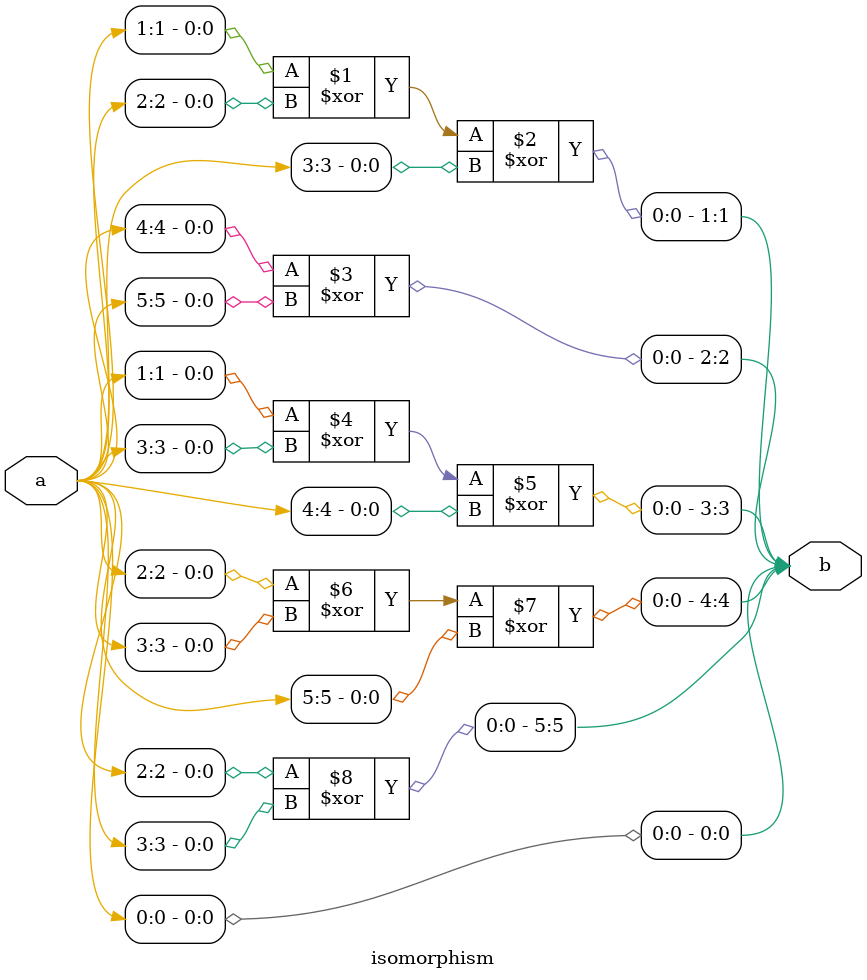
<source format=v>
`timescale 1ns/100ps
module SMS23_41_pp_7_4(x,y);
	 input [5:0] x;
	 output [5:0] y;
	 wire [5:0] w;
	 wire [5:0] p;
	 isomorphism C2 (x,w);
	 power_41 C3 (w,p);
	 inv_isomorphism C4 (p,y);
endmodule

module square_base(a,b);
	 input [1:0] a;
	 output [1:0] b;
	 assign b[0]=a[0]^a[1];
	 assign b[1]=a[1];
endmodule

module add_base(a,b,c);
	 input [1:0] a;
	 input [1:0] b;
	 output [1:0] c;
	 assign c[0]=a[0]^b[0];
	 assign c[1]=a[1]^b[1];
endmodule

module constant_multiplication_base_0(a,b);
	 input [1:0] a;
	 output [1:0] b;
	 assign b[0]=0;
	 assign b[1]=0;
endmodule

module constant_multiplication_base_1(a,b);
	 input [1:0] a;
	 output [1:0] b;
	 assign b[0]=a[0];
	 assign b[1]=a[1];
endmodule

module constant_multiplication_base_2(a,b);
	 input [1:0] a;
	 output [1:0] b;
	 assign b[0]=a[1];
	 assign b[1]=a[0]^a[1];
endmodule

module constant_multiplication_base_3(a,b);
	 input [1:0] a;
	 output [1:0] b;
	 assign b[0]=a[0]^a[1];
	 assign b[1]=a[0];
endmodule

module multiplication_base(a,b,c);
	 input [1:0] a;
	 input [1:0] b;
	 output [1:0] c;
	 wire t;
	 assign t=(a[1]&b[1]);
	 assign c[0]=(a[0]&b[0])^t;
	 assign c[1]=(a[0]&b[1])^(a[1]&b[0])^t;
endmodule

module multi_qube_base(a,b,c);
	 input [1:0] a;
	 input [1:0] b;
	 output [1:0] c;
	 wire t;
	 assign t=a[0]^(~a[0]&a[1]);
	 assign c[0]=t&b[0];
	 assign c[1]=t&b[1];
endmodule

module power_41(a,b);
	 input [5:0] a;
	 output [5:0] b;
	 wire [1:0] x_0;
	 wire [1:0] x_1;
	 wire [1:0] x_2;
	 wire [1:0] x_3;
	 wire [1:0] x_4;
	 wire [1:0] x_5;
	 wire [1:0] x_6;
	 wire [1:0] x_7;
	 wire [1:0] x_8;
	 wire [1:0] x_9;
	 wire [1:0] x_10;
	 wire [1:0] x_11;
	 wire [1:0] x_12;
	 wire [1:0] x_13;
	 wire [1:0] x_14;
	 wire [1:0] y_0;
	 wire [1:0] y_1;
	 wire [1:0] y_2;
	 wire [1:0] y_3;
	 wire [1:0] y_4;
	 wire [1:0] y_5;
	 wire [1:0] w_0_0;
	 wire [1:0] w_0_1;
	 wire [1:0] w_0_2;
	 wire [1:0] w_0_3;
	 wire [1:0] w_0_4;
	 wire [1:0] w_0_5;
	 wire [1:0] w_0_6;
	 wire [1:0] w_0_7;
	 wire [1:0] w_0_8;
	 wire [1:0] w_0_9;
	 wire [1:0] w_0_10;
	 wire [1:0] w_0_11;
	 wire [1:0] w_0_12;
	 wire [1:0] w_0_13;
	 wire [1:0] w_0_14;
	 wire [1:0] w_1_0;
	 wire [1:0] w_1_1;
	 wire [1:0] w_1_2;
	 wire [1:0] w_1_3;
	 wire [1:0] w_1_4;
	 wire [1:0] w_1_5;
	 wire [1:0] w_1_6;
	 wire [1:0] w_1_7;
	 wire [1:0] w_1_8;
	 wire [1:0] w_1_9;
	 wire [1:0] w_1_10;
	 wire [1:0] w_1_11;
	 wire [1:0] w_1_12;
	 wire [1:0] w_1_13;
	 wire [1:0] w_1_14;
	 wire [1:0] w_2_0;
	 wire [1:0] w_2_1;
	 wire [1:0] w_2_2;
	 wire [1:0] w_2_3;
	 wire [1:0] w_2_4;
	 wire [1:0] w_2_5;
	 wire [1:0] w_2_6;
	 wire [1:0] w_2_7;
	 wire [1:0] w_2_8;
	 wire [1:0] w_2_9;
	 wire [1:0] w_2_10;
	 wire [1:0] w_2_11;
	 wire [1:0] w_2_12;
	 wire [1:0] w_2_13;
	 wire [1:0] w_2_14;
	 wire [1:0] z_0_0;
	 wire [1:0] z_0_1;
	 wire [1:0] z_0_2;
	 wire [1:0] z_0_3;
	 wire [1:0] z_0_4;
	 wire [1:0] z_0_5;
	 wire [1:0] z_0_6;
	 wire [1:0] z_0_7;
	 wire [1:0] z_0_8;
	 wire [1:0] z_0_9;
	 wire [1:0] z_0_10;
	 wire [1:0] z_0_11;
	 wire [1:0] z_0_12;
	 wire [1:0] z_0_13;
	 wire [1:0] z_1_0;
	 wire [1:0] z_1_1;
	 wire [1:0] z_1_2;
	 wire [1:0] z_1_3;
	 wire [1:0] z_1_4;
	 wire [1:0] z_1_5;
	 wire [1:0] z_1_6;
	 wire [1:0] z_1_7;
	 wire [1:0] z_1_8;
	 wire [1:0] z_1_9;
	 wire [1:0] z_1_10;
	 wire [1:0] z_1_11;
	 wire [1:0] z_1_12;
	 wire [1:0] z_1_13;
	 wire [1:0] z_2_0;
	 wire [1:0] z_2_1;
	 wire [1:0] z_2_2;
	 wire [1:0] z_2_3;
	 wire [1:0] z_2_4;
	 wire [1:0] z_2_5;
	 wire [1:0] z_2_6;
	 wire [1:0] z_2_7;
	 wire [1:0] z_2_8;
	 wire [1:0] z_2_9;
	 wire [1:0] z_2_10;
	 wire [1:0] z_2_11;
	 wire [1:0] z_2_12;
	 wire [1:0] z_2_13;
	 assign y_0[0]=a[0];
	 assign y_0[1]=a[1];
	 assign y_1[0]=a[2];
	 assign y_1[1]=a[3];
	 assign y_2[0]=a[4];
	 assign y_2[1]=a[5];
	 square_base  SB1 (y_0,x_0);
	 square_base SB2 (y_1,x_1);
	 square_base SB3 (y_2,x_2);
	 multi_qube_base MQB1 (y_1,x_0,x_3);
	 multi_qube_base MQB2 (y_2,x_0,x_4);
	 multi_qube_base MQB3 (y_0,x_1,x_5);
	 multi_qube_base MQB4 (y_2,x_1,x_6);
	 multi_qube_base MQB5 (y_0,x_2,x_7);
	 multi_qube_base MQB6 (y_1,x_2,x_8);
	 multiplication_base MB1 (y_0,y_1,x_9);
	 multiplication_base MB2 (y_0,y_2,x_10);
	 multiplication_base MB3 (y_1,y_2,x_11);
	 multiplication_base MB4 (x_1,x_2,y_3);
	 multiplication_base MB5 (y_0,y_3,x_12);
	 multiplication_base MB6 (x_0,x_2,y_4);
	 multiplication_base MB7 (y_1,y_4,x_13);
	 multiplication_base MB8 (x_0,x_1,y_5);
	 multiplication_base MB9 (y_2,y_5,x_14);
	 constant_multiplication_base_1 MC00 (x_0,w_0_0);
	 constant_multiplication_base_2 MC01 (x_1,w_0_1);
	 constant_multiplication_base_1 MC02 (x_2,w_0_2);
	 constant_multiplication_base_3 MC03 (x_3,w_0_3);
	 constant_multiplication_base_1 MC04 (x_4,w_0_4);
	 constant_multiplication_base_3 MC05 (x_5,w_0_5);
	 constant_multiplication_base_1 MC06 (x_6,w_0_6);
	 constant_multiplication_base_3 MC07 (x_7,w_0_7);
	 constant_multiplication_base_1 MC08 (x_8,w_0_8);
	 constant_multiplication_base_3 MC09 (x_9,w_0_9);
	 constant_multiplication_base_0 MC010 (x_10,w_0_10);
	 constant_multiplication_base_0 MC011 (x_11,w_0_11);
	 constant_multiplication_base_0 MC012 (x_12,w_0_12);
	 constant_multiplication_base_0 MC013 (x_13,w_0_13);
	 constant_multiplication_base_1 MC014 (x_14,w_0_14);
	 constant_multiplication_base_0 MC10 (x_0,w_1_0);
	 constant_multiplication_base_1 MC11 (x_1,w_1_1);
	 constant_multiplication_base_3 MC12 (x_2,w_1_2);
	 constant_multiplication_base_0 MC13 (x_3,w_1_3);
	 constant_multiplication_base_1 MC14 (x_4,w_1_4);
	 constant_multiplication_base_0 MC15 (x_5,w_1_5);
	 constant_multiplication_base_0 MC16 (x_6,w_1_6);
	 constant_multiplication_base_2 MC17 (x_7,w_1_7);
	 constant_multiplication_base_1 MC18 (x_8,w_1_8);
	 constant_multiplication_base_3 MC19 (x_9,w_1_9);
	 constant_multiplication_base_3 MC110 (x_10,w_1_10);
	 constant_multiplication_base_2 MC111 (x_11,w_1_11);
	 constant_multiplication_base_1 MC112 (x_12,w_1_12);
	 constant_multiplication_base_3 MC113 (x_13,w_1_13);
	 constant_multiplication_base_2 MC114 (x_14,w_1_14);
	 constant_multiplication_base_0 MC20 (x_0,w_2_0);
	 constant_multiplication_base_3 MC21 (x_1,w_2_1);
	 constant_multiplication_base_1 MC22 (x_2,w_2_2);
	 constant_multiplication_base_2 MC23 (x_3,w_2_3);
	 constant_multiplication_base_0 MC24 (x_4,w_2_4);
	 constant_multiplication_base_1 MC25 (x_5,w_2_5);
	 constant_multiplication_base_2 MC26 (x_6,w_2_6);
	 constant_multiplication_base_0 MC27 (x_7,w_2_7);
	 constant_multiplication_base_2 MC28 (x_8,w_2_8);
	 constant_multiplication_base_3 MC29 (x_9,w_2_9);
	 constant_multiplication_base_2 MC210 (x_10,w_2_10);
	 constant_multiplication_base_2 MC211 (x_11,w_2_11);
	 constant_multiplication_base_2 MC212 (x_12,w_2_12);
	 constant_multiplication_base_2 MC213 (x_13,w_2_13);
	 constant_multiplication_base_3 MC214 (x_14,w_2_14);
	 add_base AB00 (w_0_0,w_0_1,z_0_0);
	 add_base AB01 (w_0_2,z_0_0,z_0_1);
	 add_base AB02 (w_0_3,z_0_1,z_0_2);
	 add_base AB03 (w_0_4,z_0_2,z_0_3);
	 add_base AB04 (w_0_5,z_0_3,z_0_4);
	 add_base AB05 (w_0_6,z_0_4,z_0_5);
	 add_base AB06 (w_0_7,z_0_5,z_0_6);
	 add_base AB07 (w_0_8,z_0_6,z_0_7);
	 add_base AB08 (w_0_9,z_0_7,z_0_8);
	 add_base AB09 (w_0_10,z_0_8,z_0_9);
	 add_base AB010 (w_0_11,z_0_9,z_0_10);
	 add_base AB011 (w_0_12,z_0_10,z_0_11);
	 add_base AB012 (w_0_13,z_0_11,z_0_12);
	 add_base AB013 (w_0_14,z_0_12,z_0_13);
	 add_base AB10 (w_1_0,w_1_1,z_1_0);
	 add_base AB11 (w_1_2,z_1_0,z_1_1);
	 add_base AB12 (w_1_3,z_1_1,z_1_2);
	 add_base AB13 (w_1_4,z_1_2,z_1_3);
	 add_base AB14 (w_1_5,z_1_3,z_1_4);
	 add_base AB15 (w_1_6,z_1_4,z_1_5);
	 add_base AB16 (w_1_7,z_1_5,z_1_6);
	 add_base AB17 (w_1_8,z_1_6,z_1_7);
	 add_base AB18 (w_1_9,z_1_7,z_1_8);
	 add_base AB19 (w_1_10,z_1_8,z_1_9);
	 add_base AB110 (w_1_11,z_1_9,z_1_10);
	 add_base AB111 (w_1_12,z_1_10,z_1_11);
	 add_base AB112 (w_1_13,z_1_11,z_1_12);
	 add_base AB113 (w_1_14,z_1_12,z_1_13);
	 add_base AB20 (w_2_0,w_2_1,z_2_0);
	 add_base AB21 (w_2_2,z_2_0,z_2_1);
	 add_base AB22 (w_2_3,z_2_1,z_2_2);
	 add_base AB23 (w_2_4,z_2_2,z_2_3);
	 add_base AB24 (w_2_5,z_2_3,z_2_4);
	 add_base AB25 (w_2_6,z_2_4,z_2_5);
	 add_base AB26 (w_2_7,z_2_5,z_2_6);
	 add_base AB27 (w_2_8,z_2_6,z_2_7);
	 add_base AB28 (w_2_9,z_2_7,z_2_8);
	 add_base AB29 (w_2_10,z_2_8,z_2_9);
	 add_base AB210 (w_2_11,z_2_9,z_2_10);
	 add_base AB211 (w_2_12,z_2_10,z_2_11);
	 add_base AB212 (w_2_13,z_2_11,z_2_12);
	 add_base AB213 (w_2_14,z_2_12,z_2_13);
	 assign b[0]=z_0_13[0];
	 assign b[1]=z_0_13[1];
	 assign b[2]=z_1_13[0];
	 assign b[3]=z_1_13[1];
	 assign b[4]=z_2_13[0];
	 assign b[5]=z_2_13[1];
endmodule

module inv_isomorphism(a,b);
	 input [5:0] a;
	 output [5:0] b;
	 assign b[0]=a[4]^a[5];
	 assign b[1]=a[0]^a[3];
	 assign b[2]=a[0]^a[1]^a[3]^a[5];
	 assign b[3]=a[3]^a[4];
	 assign b[4]=a[2]^a[3]^a[4];
	 assign b[5]=a[0]^a[1]^a[3];
endmodule

module isomorphism(a,b);
	 input [5:0] a;
	 output [5:0] b;
	 assign b[0]=a[0];
	 assign b[1]=a[1]^a[2]^a[3];
	 assign b[2]=a[4]^a[5];
	 assign b[3]=a[1]^a[3]^a[4];
	 assign b[4]=a[2]^a[3]^a[5];
	 assign b[5]=a[2]^a[3];
endmodule


</source>
